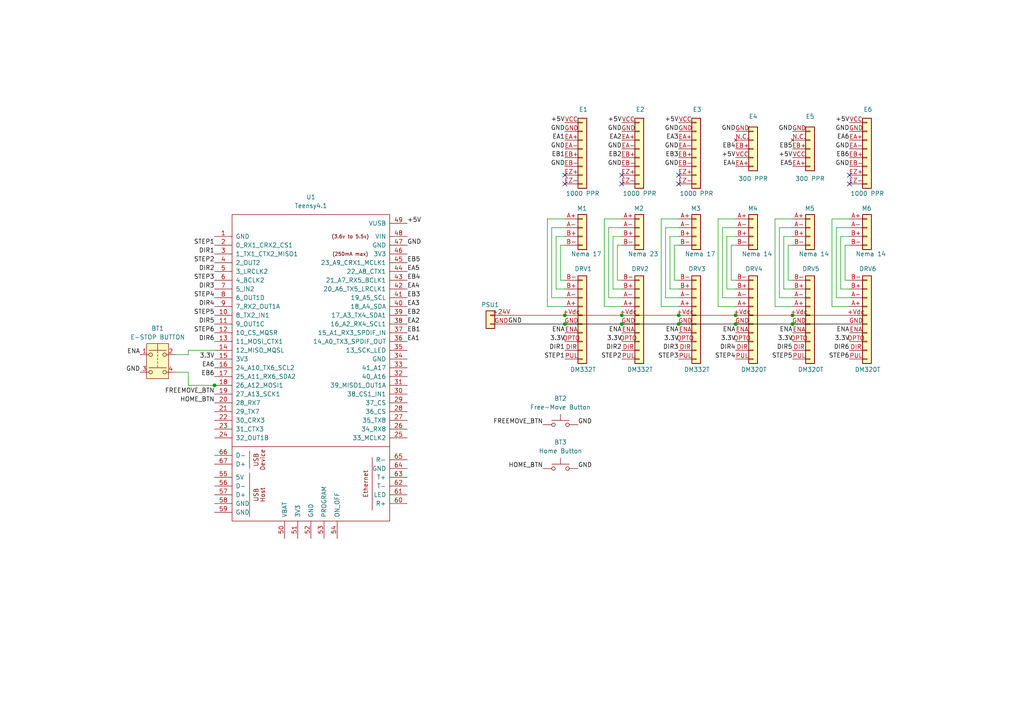
<source format=kicad_sch>
(kicad_sch (version 20250114) (generator "eeschema") (generator_version "9.0")
  (paper "A4")
  (lib_symbols
    (symbol "Connector_Generic:Conn_01x02" (pin_names (offset 1.016) (hide yes))
      (property "Reference" "PSU" (at 0 2.54 0))
      (symbol "Conn_01x02_1_1"
        (rectangle (start -1.27 1.27) (end 1.27 -3.81) (stroke (width 0.254)) (fill (type background)))
        (rectangle (start -1.27 0.127) (end 0 -0.127) (stroke (width 0.1524)))
        (rectangle (start -1.27 -2.413) (end 0 -2.667) (stroke (width 0.1524)))
        (pin output line (at -5.08 0 0) (length 3.81) (name "Pin_1") (number "+24V"))
        (pin output line (at -5.08 -2.54 0) (length 3.81) (name "Pin_2") (number "GND"))
      )
    )
    (symbol "Connector_Generic:Conn_01x04" (pin_names (offset 1.016) (hide yes))
      (property "Reference" "M1" (at 0 5.08 0))
      (property "Value" "Nema 17" (at 0 -7.62 0))
      (symbol "Conn_01x04_1_1"
        (rectangle (start -1.27 3.81) (end 1.27 -6.35) (stroke (width 0.254)) (fill (type background)))
        (rectangle (start -1.27 2.667) (end 0 2.413) (stroke (width 0.1524)))
        (rectangle (start -1.27 0.127) (end 0 -0.127) (stroke (width 0.1524)))
        (rectangle (start -1.27 -2.413) (end 0 -2.667) (stroke (width 0.1524)))
        (rectangle (start -1.27 -4.953) (end 0 -5.207) (stroke (width 0.1524)))
        (pin input line (at -5.08 2.54 0) (length 3.81) (name "Pin_1") (number "A+"))
        (pin input line (at -5.08 0 0) (length 3.81) (name "Pin_2") (number "A-"))
        (pin input line (at -5.08 -2.54 0) (length 3.81) (name "Pin_3") (number "B+"))
        (pin input line (at -5.08 -5.08 0) (length 3.81) (name "Pin_4") (number "B-"))
      )
    )
    (symbol "Connector_Generic:Conn_01x05" (pin_names (offset 1.016) (hide yes))
      (property "Reference" "E4" (at 0 7.62 0))
      (property "Value" "300 PPR" (at 0 -7.62 0))
      (symbol "Conn_01x05_1_1"
        (rectangle (start -1.27 6.35) (end 1.27 -6.35) (stroke (width 0.254)) (fill (type background)))
        (rectangle (start -1.27 5.207) (end 0 4.953) (stroke (width 0.1524)))
        (rectangle (start -1.27 2.667) (end 0 2.413) (stroke (width 0.1524)))
        (rectangle (start -1.27 0.127) (end 0 -0.127) (stroke (width 0.1524)))
        (rectangle (start -1.27 -2.413) (end 0 -2.667) (stroke (width 0.1524)))
        (rectangle (start -1.27 -4.953) (end 0 -5.207) (stroke (width 0.1524)))
        (pin input line (at -5.08 5.08 0) (length 3.81) (name "Pin_1") (number "GND"))
        (pin no_connect line (at -5.08 2.54 0) (length 3.81) (name "Pin_2") (number "N.C."))
        (pin output line (at -5.08 0 0) (length 3.81) (name "Pin_3") (number "EB+"))
        (pin input line (at -5.08 -2.54 0) (length 3.81) (name "Pin_4") (number "VCC"))
        (pin passive line (at -5.08 -5.08 0) (length 3.81) (name "Pin_5") (number "EA+"))
      )
    )
    (symbol "Connector_Generic:Conn_01x08" (pin_names (offset 1.016) (hide yes))
      (property "Reference" "E1" (at 0 10.16 0))
      (property "Value" "1000 PPR" (at 0 -12.7 0))
      (symbol "Conn_01x08_1_1"
        (rectangle (start -1.27 8.89) (end 1.27 -11.43) (stroke (width 0.254)) (fill (type background)))
        (rectangle (start -1.27 7.747) (end 0 7.493) (stroke (width 0.1524)))
        (rectangle (start -1.27 5.207) (end 0 4.953) (stroke (width 0.1524)))
        (rectangle (start -1.27 2.667) (end 0 2.413) (stroke (width 0.1524)))
        (rectangle (start -1.27 0.127) (end 0 -0.127) (stroke (width 0.1524)))
        (rectangle (start -1.27 -2.413) (end 0 -2.667) (stroke (width 0.1524)))
        (rectangle (start -1.27 -4.953) (end 0 -5.207) (stroke (width 0.1524)))
        (rectangle (start -1.27 -7.493) (end 0 -7.747) (stroke (width 0.1524)))
        (rectangle (start -1.27 -10.033) (end 0 -10.287) (stroke (width 0.1524)))
        (pin input line (at -5.08 7.62 0) (length 3.81) (name "Pin_1") (number "VCC"))
        (pin input line (at -5.08 5.08 0) (length 3.81) (name "Pin_2") (number "GND"))
        (pin output line (at -5.08 2.54 0) (length 3.81) (name "Pin_3") (number "EA+"))
        (pin output line (at -5.08 0 0) (length 3.81) (name "Pin_4") (number "EA-"))
        (pin output line (at -5.08 -2.54 0) (length 3.81) (name "Pin_5") (number "EB+"))
        (pin output line (at -5.08 -5.08 0) (length 3.81) (name "Pin_6") (number "EB-"))
        (pin output line (at -5.08 -7.62 0) (length 3.81) (name "Pin_7") (number "EZ+"))
        (pin output line (at -5.08 -10.16 0) (length 3.81) (name "Pin_8") (number "EZ-"))
      )
    )
    (symbol "Connector_Generic:Conn_01x10" (pin_names (offset 1.016) (hide yes))
      (property "Reference" "J" (at 0 12.7 0))
      (property "Value" "DRV1 DM332T" (at 0 -15.24 0))
      (symbol "Conn_01x10_1_1"
        (rectangle (start -1.27 11.43) (end 1.27 -13.97) (stroke (width 0.254)) (fill (type background)))
        (rectangle (start -1.27 10.287) (end 0 10.033) (stroke (width 0.1524)))
        (rectangle (start -1.27 7.747) (end 0 7.493) (stroke (width 0.1524)))
        (rectangle (start -1.27 5.207) (end 0 4.953) (stroke (width 0.1524)))
        (rectangle (start -1.27 2.667) (end 0 2.413) (stroke (width 0.1524)))
        (rectangle (start -1.27 0.127) (end 0 -0.127) (stroke (width 0.1524)))
        (rectangle (start -1.27 -2.413) (end 0 -2.667) (stroke (width 0.1524)))
        (rectangle (start -1.27 -4.953) (end 0 -5.207) (stroke (width 0.1524)))
        (rectangle (start -1.27 -7.493) (end 0 -7.747) (stroke (width 0.1524)))
        (rectangle (start -1.27 -10.033) (end 0 -10.287) (stroke (width 0.1524)))
        (rectangle (start -1.27 -12.573) (end 0 -12.827) (stroke (width 0.1524)))
        (pin output line (at -5.08 10.16 0) (length 3.81) (name "Pin_1") (number "B-"))
        (pin output line (at -5.08 7.62 0) (length 3.81) (name "Pin_2") (number "B+"))
        (pin output line (at -5.08 5.08 0) (length 3.81) (name "Pin_3") (number "A-"))
        (pin output line (at -5.08 2.54 0) (length 3.81) (name "Pin_4") (number "A+"))
        (pin power_in line (at -5.08 0 0) (length 3.81) (name "Pin_5") (number "+Vdc"))
        (pin power_in line (at -5.08 -2.54 0) (length 3.81) (name "Pin_6") (number "GND"))
        (pin input line (at -5.08 -5.08 0) (length 3.81) (name "Pin_7") (number "ENA"))
        (pin input line (at -5.08 -7.62 0) (length 3.81) (name "Pin_8") (number "OPTO"))
        (pin input line (at -5.08 -10.16 0) (length 3.81) (name "Pin_9") (number "DIR"))
        (pin input line (at -5.08 -12.7 0) (length 3.81) (name "Pin_10") (number "PUL"))
      )
    )
    (symbol "Switch:SW_Push" (pin_numbers (hide yes)) (pin_names (offset 1.016) (hide yes))
      (property "Reference" "BT1" (at 1.27 2.54 0))
      (property "Value" "E-STOP Button" (at 0 -1.524 0))
      (symbol "SW_Push_0_1"
        (circle (center -2.032 0) (radius 0.508))
        (polyline (pts (xy 0 1.27) (xy 0 3.048)))
        (circle (center 2.032 0) (radius 0.508))
        (polyline (pts (xy 2.54 1.27) (xy -2.54 1.27)))
        (pin passive line (at -5.08 0 0) (length 2.54) (name "1") (number "1"))
        (pin passive line (at 5.08 0 180) (length 2.54) (name "2") (number "2"))
      )
    )
    (symbol "Switch:SW_Push_Dual" (pin_names (offset 1.016) (hide yes))
      (property "Reference" "BT1" (at 0 7.62 0))
      (property "Value" "E-STOP BUTTON" (at 0 -6.35 0))
      (symbol "SW_Push_Dual_0_1"
        (circle (center -2.032 2.54) (radius 0.508))
        (circle (center -2.032 -2.54) (radius 0.508))
        (polyline (pts (xy 0 3.81) (xy 0 5.588)))
        (polyline (pts (xy 0 3.048) (xy 0 3.556)))
        (polyline (pts (xy 0 2.032) (xy 0 2.54)))
        (polyline (pts (xy 0 1.016) (xy 0 1.524)))
        (polyline (pts (xy 0 0.508) (xy 0 0)))
        (polyline (pts (xy 0 -0.508) (xy 0 -1.016)))
        (circle (center 2.032 2.54) (radius 0.508))
        (circle (center 2.032 -2.54) (radius 0.508))
        (polyline (pts (xy 2.54 3.81) (xy -2.54 3.81)))
        (polyline (pts (xy 2.54 -1.27) (xy -2.54 -1.27)))
        (pin passive line (at -5.08 2.54 0) (length 2.54) (name "1") (number "1"))
        (pin passive line (at -5.08 -2.54 0) (length 2.54) (name "3") (number "3"))
        (pin passive line (at 5.08 2.54 180) (length 2.54) (name "2") (number "2"))
        (pin passive line (at 5.08 -2.54 180) (length 2.54) (name "4") (number "4"))
      )
      (symbol "SW_Push_Dual_1_1"
        (rectangle (start -3.175 5.715) (end 3.175 -4.445) (fill (type background)))
      )
    )
    (symbol "teensy:Teensy4.1" (pin_names (offset 1.016))
      (property "Reference" "U" (at 0 64.77 0))
      (property "Value" "Teensy4.1" (at 0 62.23 0))
      (symbol "Teensy4.1_0_0"
        (polyline (pts (xy -22.86 -6.35) (xy 22.86 -6.35)))
        (polyline (pts (xy -17.78 -7.62) (xy -17.78 -12.7)))
        (polyline (pts (xy -17.78 -26.67) (xy -17.78 -13.97)))
        (polyline (pts (xy 17.78 -9.525) (xy 17.78 -24.765)))
        (text "USB" (at -15.875 -10.16 900) (effects (font (size 1.27 1.27))))
        (text "USB" (at -15.875 -20.32 900) (effects (font (size 1.27 1.27))))
        (text "Device" (at -13.97 -10.16 900) (effects (font (size 1.27 1.27))))
        (text "Host" (at -13.97 -20.32 900) (effects (font (size 1.27 1.27))))
        (text "(3.6v to 5.5v)" (at 11.43 54.61 0) (effects (font (size 1.016 1.016))))
        (text "(250mA max)" (at 11.43 49.53 0) (effects (font (size 1.016 1.016))))
        (text "Ethernet" (at 15.875 -17.145 900) (effects (font (size 1.27 1.27))))
        (pin bidirectional line (at -27.94 44.45 0) (length 5.08) (name "3_LRCLK2") (number "5"))
        (pin bidirectional line (at -27.94 41.91 0) (length 5.08) (name "4_BCLK2") (number "6"))
        (pin bidirectional line (at -27.94 39.37 0) (length 5.08) (name "5_IN2") (number "7"))
        (pin bidirectional line (at -27.94 36.83 0) (length 5.08) (name "6_OUT1D") (number "8"))
        (pin bidirectional line (at -27.94 34.29 0) (length 5.08) (name "7_RX2_OUT1A") (number "9"))
        (pin bidirectional line (at -27.94 31.75 0) (length 5.08) (name "8_TX2_IN1") (number "10"))
        (pin bidirectional line (at -27.94 29.21 0) (length 5.08) (name "9_OUT1C") (number "11"))
        (pin bidirectional line (at -27.94 26.67 0) (length 5.08) (name "10_CS_MQSR") (number "12"))
        (pin bidirectional line (at -27.94 24.13 0) (length 5.08) (name "11_MOSI_CTX1") (number "13"))
        (pin bidirectional line (at -27.94 21.59 0) (length 5.08) (name "12_MISO_MQSL") (number "14"))
        (pin power_in line (at -27.94 19.05 0) (length 5.08) (name "3V3") (number "15"))
        (pin bidirectional line (at -27.94 16.51 0) (length 5.08) (name "24_A10_TX6_SCL2") (number "16"))
        (pin bidirectional line (at -27.94 13.97 0) (length 5.08) (name "25_A11_RX6_SDA2") (number "17"))
        (pin bidirectional line (at -27.94 11.43 0) (length 5.08) (name "26_A12_MOSI1") (number "18"))
        (pin bidirectional line (at -27.94 8.89 0) (length 5.08) (name "27_A13_SCK1") (number "19"))
        (pin bidirectional line (at -27.94 6.35 0) (length 5.08) (name "28_RX7") (number "20"))
        (pin bidirectional line (at -27.94 3.81 0) (length 5.08) (name "29_TX7") (number "21"))
        (pin bidirectional line (at -27.94 1.27 0) (length 5.08) (name "30_CRX3") (number "22"))
        (pin bidirectional line (at -27.94 -1.27 0) (length 5.08) (name "31_CTX3") (number "23"))
        (pin bidirectional line (at -27.94 -3.81 0) (length 5.08) (name "32_OUT1B") (number "24"))
        (pin bidirectional line (at -27.94 -8.89 0) (length 5.08) (name "D-") (number "66"))
        (pin bidirectional line (at -27.94 -11.43 0) (length 5.08) (name "D+") (number "67"))
        (pin power_out line (at -27.94 -15.24 0) (length 5.08) (name "5V") (number "55"))
        (pin bidirectional line (at -27.94 -17.78 0) (length 5.08) (name "D-") (number "56"))
        (pin bidirectional line (at -27.94 -20.32 0) (length 5.08) (name "D+") (number "57"))
        (pin power_in line (at -27.94 -22.86 0) (length 5.08) (name "GND") (number "58"))
        (pin power_in line (at -27.94 -25.4 0) (length 5.08) (name "GND") (number "59"))
        (pin power_in line (at -7.62 -33.02 90) (length 5.08) (name "VBAT") (number "50"))
        (pin power_in line (at -3.81 -33.02 90) (length 5.08) (name "3V3") (number "51"))
        (pin input line (at 0 -33.02 90) (length 5.08) (name "GND") (number "52"))
        (pin input line (at 3.81 -33.02 90) (length 5.08) (name "PROGRAM") (number "53"))
        (pin input line (at 7.62 -33.02 90) (length 5.08) (name "ON_OFF") (number "54"))
        (pin power_out line (at 27.94 58.42 180) (length 5.08) (name "VUSB") (number "49"))
        (pin power_in line (at 27.94 54.61 180) (length 5.08) (name "VIN") (number "48"))
        (pin output line (at 27.94 52.07 180) (length 5.08) (name "GND") (number "47"))
        (pin output line (at 27.94 49.53 180) (length 5.08) (name "3V3") (number "46"))
        (pin bidirectional line (at 27.94 46.99 180) (length 5.08) (name "23_A9_CRX1_MCLK1") (number "45"))
        (pin bidirectional line (at 27.94 44.45 180) (length 5.08) (name "22_A8_CTX1") (number "44"))
        (pin bidirectional line (at 27.94 41.91 180) (length 5.08) (name "21_A7_RX5_BCLK1") (number "43"))
        (pin bidirectional line (at 27.94 39.37 180) (length 5.08) (name "20_A6_TX5_LRCLK1") (number "42"))
        (pin bidirectional line (at 27.94 36.83 180) (length 5.08) (name "19_A5_SCL") (number "41"))
        (pin bidirectional line (at 27.94 34.29 180) (length 5.08) (name "18_A4_SDA") (number "40"))
        (pin bidirectional line (at 27.94 31.75 180) (length 5.08) (name "17_A3_TX4_SDA1") (number "39"))
        (pin bidirectional line (at 27.94 29.21 180) (length 5.08) (name "16_A2_RX4_SCL1") (number "38"))
        (pin bidirectional line (at 27.94 26.67 180) (length 5.08) (name "15_A1_RX3_SPDIF_IN") (number "37"))
        (pin bidirectional line (at 27.94 24.13 180) (length 5.08) (name "14_A0_TX3_SPDIF_OUT") (number "36"))
        (pin bidirectional line (at 27.94 21.59 180) (length 5.08) (name "13_SCK_LED") (number "35"))
        (pin bidirectional line (at 27.94 16.51 180) (length 5.08) (name "41_A17") (number "33"))
        (pin bidirectional line (at 27.94 13.97 180) (length 5.08) (name "40_A16") (number "32"))
        (pin bidirectional line (at 27.94 11.43 180) (length 5.08) (name "39_MISO1_OUT1A") (number "31"))
        (pin bidirectional line (at 27.94 8.89 180) (length 5.08) (name "38_CS1_IN1") (number "30"))
        (pin bidirectional line (at 27.94 6.35 180) (length 5.08) (name "37_CS") (number "29"))
        (pin bidirectional line (at 27.94 3.81 180) (length 5.08) (name "36_CS") (number "28"))
        (pin bidirectional line (at 27.94 1.27 180) (length 5.08) (name "35_TX8") (number "27"))
        (pin bidirectional line (at 27.94 -1.27 180) (length 5.08) (name "34_RX8") (number "26"))
        (pin bidirectional line (at 27.94 -3.81 180) (length 5.08) (name "33_MCLK2") (number "25"))
        (pin bidirectional line (at 27.94 -10.16 180) (length 5.08) (name "R-") (number "65"))
        (pin power_in line (at 27.94 -12.7 180) (length 5.08) (name "GND") (number "64"))
        (pin bidirectional line (at 27.94 -15.24 180) (length 5.08) (name "T+") (number "63"))
        (pin bidirectional line (at 27.94 -17.78 180) (length 5.08) (name "T-") (number "62"))
        (pin bidirectional line (at 27.94 -20.32 180) (length 5.08) (name "LED") (number "61"))
        (pin bidirectional line (at 27.94 -22.86 180) (length 5.08) (name "R+") (number "60"))
      )
      (symbol "Teensy4.1_0_1"
        (rectangle (start -22.86 60.96) (end 22.86 -27.94))
        (rectangle (start -20.32 -1.27) (end -20.32 -1.27))
      )
      (symbol "Teensy4.1_1_1"
        (pin power_in line (at -27.94 54.61 0) (length 5.08) (name "GND") (number "1"))
        (pin bidirectional line (at -27.94 52.07 0) (length 5.08) (name "0_RX1_CRX2_CS1") (number "2"))
        (pin bidirectional line (at -27.94 49.53 0) (length 5.08) (name "1_TX1_CTX2_MISO1") (number "3"))
        (pin bidirectional line (at -27.94 46.99 0) (length 5.08) (name "2_OUT2") (number "4"))
        (pin power_in line (at 27.94 19.05 180) (length 5.08) (name "GND") (number "34"))
      )
    )
  )
  (junction (at 163.83 93.98))
  (junction (at 180.34 93.98))
  (junction (at 213.36 91.44))
  (junction (at 229.87 93.98))
  (junction (at 196.85 91.44))
  (junction (at 163.83 91.44))
  (junction (at 213.36 93.98))
  (junction (at 62.23 111.76))
  (junction (at 196.85 93.98))
  (junction (at 229.87 91.44))
  (junction (at 180.34 91.44))
  (no_connect (at 180.34 53.34))
  (no_connect (at 246.38 50.8))
  (no_connect (at 196.85 50.8))
  (no_connect (at 196.85 53.34))
  (no_connect (at 163.83 50.8))
  (no_connect (at 163.83 53.34))
  (no_connect (at 180.34 50.8))
  (no_connect (at 246.38 53.34))
  (wire (pts (xy 224.79 88.9) (xy 224.79 63.5)))
  (wire (pts (xy 229.87 81.28) (xy 228.6 81.28)))
  (wire (pts (xy 224.79 63.5) (xy 229.87 63.5)))
  (wire (pts (xy 180.34 83.82) (xy 177.8 83.82)))
  (wire (pts (xy 195.58 71.12) (xy 196.85 71.12)))
  (wire (pts (xy 196.85 91.44) (xy 213.36 91.44)) (stroke (width 0) (color 255 0 0 1)))
  (wire (pts (xy 163.83 91.44) (xy 180.34 91.44)) (stroke (width 0) (color 255 0 0 1)))
  (wire (pts (xy 163.83 81.28) (xy 162.56 81.28)))
  (wire (pts (xy 228.6 81.28) (xy 228.6 71.12)))
  (wire (pts (xy 62.23 101.6) (xy 54.61 101.6)))
  (wire (pts (xy 193.04 66.04) (xy 196.85 66.04)))
  (wire (pts (xy 227.33 83.82) (xy 227.33 68.58)))
  (wire (pts (xy 209.55 66.04) (xy 213.36 66.04)))
  (wire (pts (xy 246.38 66.04) (xy 242.57 66.04)))
  (wire (pts (xy 177.8 68.58) (xy 180.34 68.58)))
  (wire (pts (xy 213.36 86.36) (xy 209.55 86.36)))
  (wire (pts (xy 245.11 81.28) (xy 245.11 71.12)))
  (wire (pts (xy 227.33 68.58) (xy 229.87 68.58)))
  (wire (pts (xy 175.26 88.9) (xy 175.26 63.5)))
  (wire (pts (xy 175.26 63.5) (xy 180.34 63.5)))
  (wire (pts (xy 191.77 63.5) (xy 196.85 63.5)))
  (wire (pts (xy 161.29 68.58) (xy 163.83 68.58)))
  (wire (pts (xy 213.36 83.82) (xy 210.82 83.82)))
  (wire (pts (xy 177.8 83.82) (xy 177.8 68.58)))
  (wire (pts (xy 229.87 88.9) (xy 224.79 88.9)))
  (wire (pts (xy 54.61 107.95) (xy 54.61 111.76)))
  (wire (pts (xy 180.34 91.44) (xy 196.85 91.44)) (stroke (width 0) (color 255 0 0 1)))
  (wire (pts (xy 50.8 107.95) (xy 54.61 107.95)))
  (wire (pts (xy 196.85 81.28) (xy 195.58 81.28)))
  (wire (pts (xy 213.36 91.44) (xy 229.87 91.44)) (stroke (width 0) (color 255 0 0 1)))
  (wire (pts (xy 191.77 88.9) (xy 191.77 63.5)))
  (wire (pts (xy 162.56 81.28) (xy 162.56 71.12)))
  (wire (pts (xy 245.11 71.12) (xy 246.38 71.12)))
  (wire (pts (xy 212.09 81.28) (xy 212.09 71.12)))
  (wire (pts (xy 196.85 93.98) (xy 213.36 93.98)) (stroke (width 0) (color 0 0 0 1)))
  (wire (pts (xy 226.06 86.36) (xy 226.06 66.04)))
  (wire (pts (xy 196.85 88.9) (xy 191.77 88.9)))
  (wire (pts (xy 194.31 83.82) (xy 194.31 68.58)))
  (wire (pts (xy 162.56 71.12) (xy 163.83 71.12)))
  (wire (pts (xy 246.38 88.9) (xy 241.3 88.9)))
  (wire (pts (xy 196.85 83.82) (xy 194.31 83.82)))
  (wire (pts (xy 176.53 66.04) (xy 180.34 66.04)))
  (wire (pts (xy 210.82 68.58) (xy 213.36 68.58)))
  (wire (pts (xy 54.61 111.76) (xy 62.23 111.76)))
  (wire (pts (xy 195.58 81.28) (xy 195.58 71.12)))
  (wire (pts (xy 229.87 83.82) (xy 227.33 83.82)))
  (wire (pts (xy 226.06 66.04) (xy 229.87 66.04)))
  (wire (pts (xy 158.75 63.5) (xy 163.83 63.5)))
  (wire (pts (xy 194.31 68.58) (xy 196.85 68.58)))
  (wire (pts (xy 246.38 83.82) (xy 243.84 83.82)))
  (wire (pts (xy 213.36 88.9) (xy 208.28 88.9)))
  (wire (pts (xy 161.29 83.82) (xy 161.29 68.58)))
  (wire (pts (xy 176.53 86.36) (xy 176.53 66.04)))
  (wire (pts (xy 196.85 86.36) (xy 193.04 86.36)))
  (wire (pts (xy 241.3 88.9) (xy 241.3 63.5)))
  (wire (pts (xy 54.61 101.6) (xy 54.61 102.87)))
  (wire (pts (xy 213.36 81.28) (xy 212.09 81.28)))
  (wire (pts (xy 241.3 63.5) (xy 246.38 63.5)))
  (wire (pts (xy 163.83 88.9) (xy 158.75 88.9)))
  (wire (pts (xy 158.75 88.9) (xy 158.75 63.5)))
  (wire (pts (xy 212.09 71.12) (xy 213.36 71.12)))
  (wire (pts (xy 180.34 88.9) (xy 175.26 88.9)))
  (wire (pts (xy 228.6 71.12) (xy 229.87 71.12)))
  (wire (pts (xy 160.02 86.36) (xy 160.02 66.04)))
  (wire (pts (xy 147.32 91.44) (xy 163.83 91.44)) (stroke (width 0) (color 255 0 0 1)))
  (wire (pts (xy 243.84 68.58) (xy 246.38 68.58)))
  (wire (pts (xy 243.84 83.82) (xy 243.84 68.58)))
  (wire (pts (xy 208.28 63.5) (xy 213.36 63.5)))
  (wire (pts (xy 242.57 66.04) (xy 242.57 86.36)))
  (wire (pts (xy 209.55 86.36) (xy 209.55 66.04)))
  (wire (pts (xy 229.87 86.36) (xy 226.06 86.36)))
  (wire (pts (xy 210.82 83.82) (xy 210.82 68.58)))
  (wire (pts (xy 180.34 81.28) (xy 179.07 81.28)))
  (wire (pts (xy 208.28 88.9) (xy 208.28 63.5)))
  (wire (pts (xy 179.07 71.12) (xy 180.34 71.12)))
  (wire (pts (xy 246.38 81.28) (xy 245.11 81.28)))
  (wire (pts (xy 193.04 86.36) (xy 193.04 66.04)))
  (wire (pts (xy 213.36 93.98) (xy 229.87 93.98)) (stroke (width 0) (color 0 0 0 1)))
  (wire (pts (xy 229.87 93.98) (xy 246.38 93.98)) (stroke (width 0) (color 0 0 0 1)))
  (wire (pts (xy 147.32 93.98) (xy 163.83 93.98)) (stroke (width 0) (color 0 0 0 1)))
  (wire (pts (xy 163.83 86.36) (xy 160.02 86.36)))
  (wire (pts (xy 242.57 86.36) (xy 246.38 86.36)))
  (wire (pts (xy 163.83 83.82) (xy 161.29 83.82)))
  (wire (pts (xy 163.83 93.98) (xy 180.34 93.98)) (stroke (width 0) (color 0 0 0 1)))
  (wire (pts (xy 180.34 93.98) (xy 196.85 93.98)) (stroke (width 0) (color 0 0 0 1)))
  (wire (pts (xy 229.87 91.44) (xy 246.38 91.44)) (stroke (width 0) (color 255 0 0 1)))
  (wire (pts (xy 160.02 66.04) (xy 163.83 66.04)))
  (wire (pts (xy 62.23 111.76) (xy 63.5 111.76)))
  (wire (pts (xy 180.34 86.36) (xy 176.53 86.36)))
  (wire (pts (xy 179.07 81.28) (xy 179.07 71.12)))
  (wire (pts (xy 54.61 102.87) (xy 50.8 102.87)))
  (label "STEP4" (at 62.23 86.36 180))
  (label "STEP5" (at 62.23 91.44 180))
  (label "3.3V" (at 62.23 104.14 180))
  (label "GND" (at 118.11 71.12 0))
  (label "STEP1" (at 62.23 71.12 180))
  (label "+5V" (at 229.87 45.72 180))
  (label "EB5" (at 229.87 43.18 180))
  (label "EB6" (at 246.38 45.72 180))
  (label "EB4" (at 213.36 43.18 180))
  (label "EB3" (at 196.85 45.72 180))
  (label "EB1" (at 163.83 45.72 180))
  (label "EB2" (at 180.34 45.72 180))
  (label "DIR6" (at 62.23 99.06 180))
  (label "DIR6" (at 246.38 101.6 180))
  (label "DIR4" (at 213.36 101.6 180))
  (label "DIR1" (at 163.83 101.6 180))
  (label "DIR2" (at 180.34 101.6 180))
  (label "DIR3" (at 196.85 101.6 180))
  (label "DIR5" (at 229.87 101.6 180))
  (label "DIR3" (at 62.23 83.82 180))
  (label "STEP6" (at 62.23 96.52 180))
  (label "EB4" (at 118.11 81.28 0))
  (label "EA5" (at 118.11 78.74 0))
  (label "EB5" (at 118.11 76.2 0))
  (label "EB6" (at 62.23 109.22 180))
  (label "EA6" (at 62.23 106.68 180))
  (label "EB3" (at 118.11 86.36 0))
  (label "EA1" (at 118.11 99.06 0))
  (label "EA3" (at 118.11 88.9 0))
  (label "EA4" (at 118.11 83.82 0))
  (label "EB1" (at 118.11 96.52 0))
  (label "EA2" (at 118.11 93.98 0))
  (label "EB2" (at 118.11 91.44 0))
  (label "3.3V" (at 246.38 99.06 180))
  (label "3.3V" (at 213.36 99.06 180))
  (label "3.3V" (at 163.83 99.06 180))
  (label "3.3V" (at 180.34 99.06 180))
  (label "3.3V" (at 196.85 99.06 180))
  (label "3.3V" (at 229.87 99.06 180))
  (label "GND" (at 246.38 43.18 180))
  (label "HOME_BTN" (at 157.48 135.89 180))
  (label "FREEMOVE_BTN" (at 157.48 123.19 180))
  (label "GND" (at 213.36 38.1 180))
  (label "+5V" (at 118.11 64.77 0))
  (label "GND" (at 229.87 38.1 180))
  (label "GND" (at 167.64 123.19 0))
  (label "GND" (at 167.64 135.89 0))
  (label "ENA" (at 40.64 102.87 180))
  (label "GND" (at 180.34 43.18 180))
  (label "STEP6" (at 246.38 104.14 180))
  (label "STEP4" (at 213.36 104.14 180))
  (label "STEP1" (at 163.83 104.14 180))
  (label "STEP2" (at 180.34 104.14 180))
  (label "STEP3" (at 196.85 104.14 180))
  (label "STEP5" (at 229.87 104.14 180))
  (label "+5V" (at 246.38 35.56 180))
  (label "+5V" (at 196.85 35.56 180))
  (label "+5V" (at 163.83 35.56 180))
  (label "+5V" (at 180.34 35.56 180))
  (label "GND" (at 40.64 107.95 180))
  (label "FREEMOVE_BTN" (at 62.23 114.3 180))
  (label "DIR1" (at 62.23 73.66 180))
  (label "GND" (at 246.38 48.26 180))
  (label "STEP2" (at 62.23 76.2 180))
  (label "GND" (at 163.83 48.26 180))
  (label "+5V" (at 213.36 45.72 180))
  (label "DIR4" (at 62.23 88.9 180))
  (label "ENA" (at 246.38 96.52 180))
  (label "ENA" (at 213.36 96.52 180))
  (label "ENA" (at 163.83 96.52 180))
  (label "ENA" (at 180.34 96.52 180))
  (label "ENA" (at 196.85 96.52 180))
  (label "ENA" (at 229.87 96.52 180))
  (label "GND" (at 147.32 93.98 0))
  (label "GND" (at 196.85 48.26 180))
  (label "GND" (at 196.85 43.18 180))
  (label "GND" (at 246.38 38.1 180))
  (label "DIR5" (at 62.23 93.98 180))
  (label "GND" (at 196.85 38.1 180))
  (label "GND" (at 163.83 38.1 180))
  (label "GND" (at 180.34 38.1 180))
  (label "EA5" (at 229.87 48.26 180))
  (label "EA6" (at 246.38 40.64 180))
  (label "EA4" (at 213.36 48.26 180))
  (label "EA3" (at 196.85 40.64 180))
  (label "EA1" (at 163.83 40.64 180))
  (label "EA2" (at 180.34 40.64 180))
  (label "GND" (at 163.83 43.18 180))
  (label "STEP3" (at 62.23 81.28 180))
  (label "GND" (at 180.34 48.26 180))
  (label "DIR2" (at 62.23 78.74 180))
  (label "HOME_BTN" (at 62.23 116.84 180))
  (symbol (lib_id "Connector_Generic:Conn_01x08") (at 185.42 43.18 0) (unit 1)
    (property "Reference" "E2" (at 184.404 31.75 0) (effects (justify left)))
    (property "Value" "1000 PPR" (at 180.594 56.134 0) (effects (justify left)))
    (property "Description" "Generic connector, single row, 01x08, script generated (kicad-library-utils/schlib/autogen/connector/)" (effects (hide yes)))
  )
  (symbol (lib_id "Connector_Generic:Conn_01x04") (at 168.91 66.04 0) (unit 1)
    (property "Reference" "M1" (at 167.386 60.452 0) (effects (justify left)))
    (property "Value" "Nema 17" (at 165.608 73.66 0) (effects (justify left)))
    (property "Description" "Generic connector, single row, 01x04, script generated (kicad-library-utils/schlib/autogen/connector/)" (effects (hide yes)))
  )
  (symbol (lib_id "Connector_Generic:Conn_01x04") (at 185.42 66.04 0) (unit 1)
    (property "Reference" "M2" (at 183.896 60.452 0) (effects (justify left)))
    (property "Value" "Nema 23" (at 182.118 73.66 0) (effects (justify left)))
    (property "Description" "Generic connector, single row, 01x04, script generated (kicad-library-utils/schlib/autogen/connector/)" (effects (hide yes)))
  )
  (symbol (lib_id "Connector_Generic:Conn_01x05") (at 218.44 43.18 0) (unit 1)
    (property "Reference" "E4" (at 217.17 33.782 0) (effects (justify left)))
    (property "Value" "300 PPR" (at 214.122 51.816 0) (effects (justify left)))
    (property "Description" "Generic connector, single row, 01x05, script generated (kicad-library-utils/schlib/autogen/connector/)" (effects (hide yes)))
  )
  (symbol (lib_id "teensy:Teensy4.1") (at 90.17 123.19 0) (unit 1)
    (property "Reference" "U1" (at 90.17 57.15 0))
    (property "Value" "Teensy4.1" (at 90.17 59.69 0))
  )
  (symbol (lib_id "Connector_Generic:Conn_01x04") (at 251.46 66.04 0) (unit 1)
    (property "Reference" "M6" (at 249.936 60.452 0) (effects (justify left)))
    (property "Value" "Nema 14" (at 248.158 73.66 0) (effects (justify left)))
    (property "Description" "Generic connector, single row, 01x04, script generated (kicad-library-utils/schlib/autogen/connector/)" (effects (hide yes)))
  )
  (symbol (lib_id "Connector_Generic:Conn_01x10") (at 218.44 91.44 0) (unit 1)
    (property "Reference" "DRV4" (at 216.154 77.978 0) (effects (justify left)))
    (property "Value" "DM320T" (at 214.884 107.188 0) (effects (justify left)))
    (property "Description" "Generic connector, single row, 01x10, script generated (kicad-library-utils/schlib/autogen/connector/)" (effects (hide yes)))
  )
  (symbol (lib_id "Connector_Generic:Conn_01x04") (at 201.93 66.04 0) (unit 1)
    (property "Reference" "M3" (at 200.406 60.452 0) (effects (justify left)))
    (property "Value" "Nema 17" (at 198.628 73.66 0) (effects (justify left)))
    (property "Description" "Generic connector, single row, 01x04, script generated (kicad-library-utils/schlib/autogen/connector/)" (effects (hide yes)))
  )
  (symbol (lib_id "Connector_Generic:Conn_01x08") (at 201.93 43.18 0) (unit 1)
    (property "Reference" "E3" (at 200.914 31.75 0) (effects (justify left)))
    (property "Value" "1000 PPR" (at 197.104 56.134 0) (effects (justify left)))
    (property "Description" "Generic connector, single row, 01x08, script generated (kicad-library-utils/schlib/autogen/connector/)" (effects (hide yes)))
  )
  (symbol (lib_id "Connector_Generic:Conn_01x05") (at 234.95 43.18 0) (unit 1)
    (property "Reference" "E5" (at 233.68 33.782 0) (effects (justify left)))
    (property "Value" "300 PPR" (at 230.632 51.816 0) (effects (justify left)))
    (property "Description" "Generic connector, single row, 01x05, script generated (kicad-library-utils/schlib/autogen/connector/)" (effects (hide yes)))
  )
  (symbol (lib_id "Connector_Generic:Conn_01x02") (at 142.24 91.44 0) (mirror y) (unit 1)
    (property "Reference" "PSU1" (at 144.78 88.392 0) (effects (justify left)))
    (property "Description" "Generic connector, single row, 01x02, script generated (kicad-library-utils/schlib/autogen/connector/)" (effects (hide yes)))
  )
  (symbol (lib_id "Connector_Generic:Conn_01x10") (at 251.46 91.44 0) (unit 1)
    (property "Reference" "DRV6" (at 249.174 77.978 0) (effects (justify left)))
    (property "Value" "DM320T" (at 247.904 107.188 0) (effects (justify left)))
    (property "Description" "Generic connector, single row, 01x10, script generated (kicad-library-utils/schlib/autogen/connector/)" (effects (hide yes)))
  )
  (symbol (lib_id "Connector_Generic:Conn_01x04") (at 218.44 66.04 0) (unit 1)
    (property "Reference" "M4" (at 216.916 60.452 0) (effects (justify left)))
    (property "Value" "Nema 14" (at 215.138 73.66 0) (effects (justify left)))
    (property "Description" "Generic connector, single row, 01x04, script generated (kicad-library-utils/schlib/autogen/connector/)" (effects (hide yes)))
  )
  (symbol (lib_id "Connector_Generic:Conn_01x08") (at 251.46 43.18 0) (unit 1)
    (property "Reference" "E6" (at 250.444 31.75 0) (effects (justify left)))
    (property "Value" "1000 PPR" (at 246.634 56.134 0) (effects (justify left)))
    (property "Description" "Generic connector, single row, 01x08, script generated (kicad-library-utils/schlib/autogen/connector/)" (effects (hide yes)))
  )
  (symbol (lib_id "Switch:SW_Push") (at 162.56 123.19 0) (unit 1)
    (property "Reference" "BT2" (at 162.56 115.57 0))
    (property "Value" "Free-Move Button" (at 162.56 118.11 0))
    (property "Description" "Push button switch, generic, two pins" (effects (hide yes)))
  )
  (symbol (lib_id "Switch:SW_Push") (at 162.56 135.89 0) (unit 1)
    (property "Reference" "BT3" (at 162.56 128.27 0))
    (property "Value" "Home Button" (at 162.56 130.81 0))
    (property "Description" "Push button switch, generic, two pins" (effects (hide yes)))
  )
  (symbol (lib_id "Connector_Generic:Conn_01x10") (at 234.95 91.44 0) (unit 1)
    (property "Reference" "DRV5" (at 232.664 77.978 0) (effects (justify left)))
    (property "Value" "DM320T" (at 231.394 107.188 0) (effects (justify left)))
    (property "Description" "Generic connector, single row, 01x10, script generated (kicad-library-utils/schlib/autogen/connector/)" (effects (hide yes)))
  )
  (symbol (lib_id "Connector_Generic:Conn_01x10") (at 168.91 91.44 0) (unit 1)
    (property "Reference" "DRV1" (at 166.624 77.978 0) (effects (justify left)))
    (property "Value" "DM332T" (at 165.354 107.188 0) (effects (justify left)))
    (property "Description" "Generic connector, single row, 01x10, script generated (kicad-library-utils/schlib/autogen/connector/)" (effects (hide yes)))
  )
  (symbol (lib_id "Connector_Generic:Conn_01x08") (at 168.91 43.18 0) (unit 1)
    (property "Reference" "E1" (at 167.894 31.75 0) (effects (justify left)))
    (property "Value" "1000 PPR" (at 164.084 56.134 0) (effects (justify left)))
    (property "Description" "Generic connector, single row, 01x08, script generated (kicad-library-utils/schlib/autogen/connector/)" (effects (hide yes)))
  )
  (symbol (lib_id "Connector_Generic:Conn_01x04") (at 234.95 66.04 0) (unit 1)
    (property "Reference" "M5" (at 233.426 60.452 0) (effects (justify left)))
    (property "Value" "Nema 14" (at 231.648 73.66 0) (effects (justify left)))
    (property "Description" "Generic connector, single row, 01x04, script generated (kicad-library-utils/schlib/autogen/connector/)" (effects (hide yes)))
  )
  (symbol (lib_id "Connector_Generic:Conn_01x10") (at 201.93 91.44 0) (unit 1)
    (property "Reference" "DRV3" (at 199.644 77.978 0) (effects (justify left)))
    (property "Value" "DM332T" (at 198.374 107.188 0) (effects (justify left)))
    (property "Description" "Generic connector, single row, 01x10, script generated (kicad-library-utils/schlib/autogen/connector/)" (effects (hide yes)))
  )
  (symbol (lib_id "Connector_Generic:Conn_01x10") (at 185.42 91.44 0) (unit 1)
    (property "Reference" "DRV2" (at 183.134 77.978 0) (effects (justify left)))
    (property "Value" "DM332T" (at 181.864 107.188 0) (effects (justify left)))
    (property "Description" "Generic connector, single row, 01x10, script generated (kicad-library-utils/schlib/autogen/connector/)" (effects (hide yes)))
  )
  (symbol (lib_id "Switch:SW_Push_Dual") (at 45.72 105.41 0) (unit 1)
    (property "Reference" "BT1" (at 45.72 95.25 0))
    (property "Value" "E-STOP BUTTON" (at 45.72 97.79 0))
    (property "Description" "Push button switch, generic, symbol, four pins" (effects (hide yes)))
  )
)
</source>
